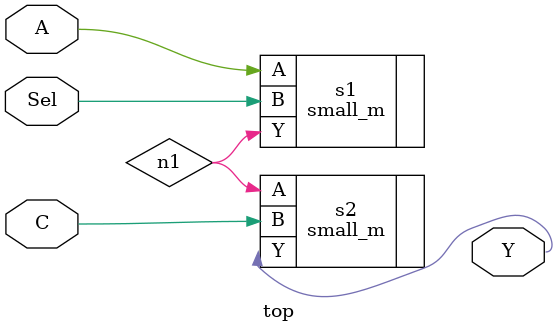
<source format=v>
module top (A, Sel, C, Y);
input A, Sel, C;
output Y;
wire n1;

small_m s1(.A(A),
         .B(Sel),
         .Y(n1));

small_m s2( .A(n1),
            .B(C),
            .Y(Y) );

endmodule

</source>
